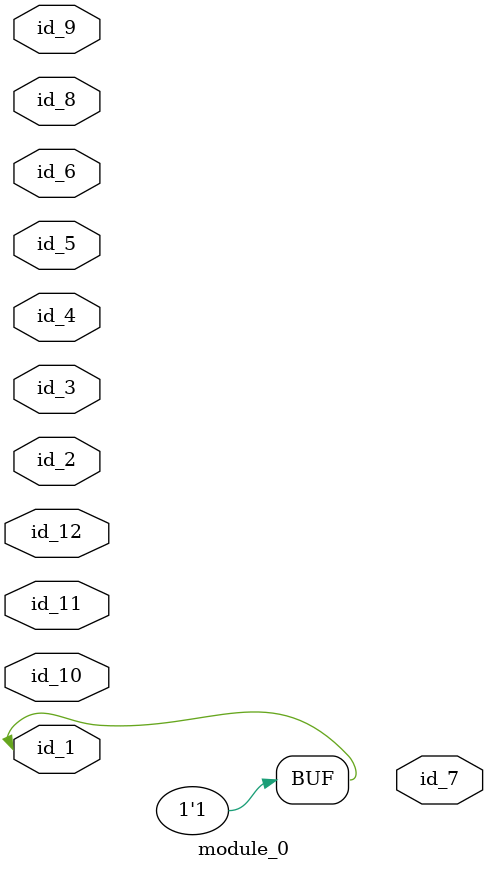
<source format=v>
`timescale 1ps / 1ps
module module_0 (
    id_1,
    id_2,
    id_3,
    id_4,
    id_5,
    id_6,
    id_7,
    id_8,
    id_9,
    id_10,
    id_11,
    id_12
);
  inout id_12;
  inout id_11;
  inout id_10;
  inout id_9;
  input id_8;
  output id_7;
  inout id_6;
  input id_5;
  input id_4;
  inout id_3;
  inout id_2;
  inout id_1;
  always id_1 = #0 1;
endmodule

</source>
